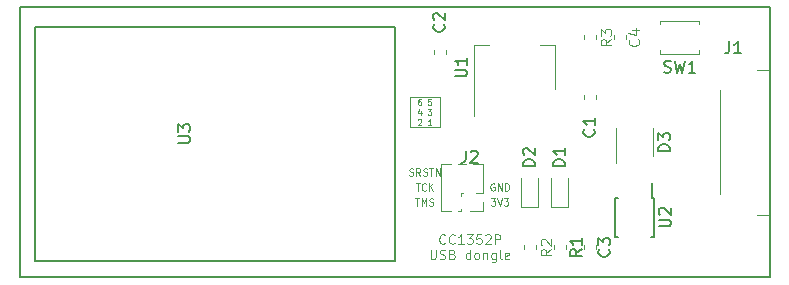
<source format=gbr>
G04 #@! TF.GenerationSoftware,KiCad,Pcbnew,(5.1.5)-3*
G04 #@! TF.CreationDate,2020-03-31T21:34:46+02:00*
G04 #@! TF.ProjectId,cc1352P-dongle,63633133-3532-4502-9d64-6f6e676c652e,rev?*
G04 #@! TF.SameCoordinates,Original*
G04 #@! TF.FileFunction,Legend,Top*
G04 #@! TF.FilePolarity,Positive*
%FSLAX46Y46*%
G04 Gerber Fmt 4.6, Leading zero omitted, Abs format (unit mm)*
G04 Created by KiCad (PCBNEW (5.1.5)-3) date 2020-03-31 21:34:46*
%MOMM*%
%LPD*%
G04 APERTURE LIST*
%ADD10C,0.100000*%
%ADD11C,0.150000*%
%ADD12C,0.120000*%
G04 APERTURE END LIST*
D10*
X102063809Y-68215714D02*
X102025714Y-68253809D01*
X101911428Y-68291904D01*
X101835238Y-68291904D01*
X101720952Y-68253809D01*
X101644761Y-68177619D01*
X101606666Y-68101428D01*
X101568571Y-67949047D01*
X101568571Y-67834761D01*
X101606666Y-67682380D01*
X101644761Y-67606190D01*
X101720952Y-67530000D01*
X101835238Y-67491904D01*
X101911428Y-67491904D01*
X102025714Y-67530000D01*
X102063809Y-67568095D01*
X102863809Y-68215714D02*
X102825714Y-68253809D01*
X102711428Y-68291904D01*
X102635238Y-68291904D01*
X102520952Y-68253809D01*
X102444761Y-68177619D01*
X102406666Y-68101428D01*
X102368571Y-67949047D01*
X102368571Y-67834761D01*
X102406666Y-67682380D01*
X102444761Y-67606190D01*
X102520952Y-67530000D01*
X102635238Y-67491904D01*
X102711428Y-67491904D01*
X102825714Y-67530000D01*
X102863809Y-67568095D01*
X103625714Y-68291904D02*
X103168571Y-68291904D01*
X103397142Y-68291904D02*
X103397142Y-67491904D01*
X103320952Y-67606190D01*
X103244761Y-67682380D01*
X103168571Y-67720476D01*
X103892380Y-67491904D02*
X104387619Y-67491904D01*
X104120952Y-67796666D01*
X104235238Y-67796666D01*
X104311428Y-67834761D01*
X104349523Y-67872857D01*
X104387619Y-67949047D01*
X104387619Y-68139523D01*
X104349523Y-68215714D01*
X104311428Y-68253809D01*
X104235238Y-68291904D01*
X104006666Y-68291904D01*
X103930476Y-68253809D01*
X103892380Y-68215714D01*
X105111428Y-67491904D02*
X104730476Y-67491904D01*
X104692380Y-67872857D01*
X104730476Y-67834761D01*
X104806666Y-67796666D01*
X104997142Y-67796666D01*
X105073333Y-67834761D01*
X105111428Y-67872857D01*
X105149523Y-67949047D01*
X105149523Y-68139523D01*
X105111428Y-68215714D01*
X105073333Y-68253809D01*
X104997142Y-68291904D01*
X104806666Y-68291904D01*
X104730476Y-68253809D01*
X104692380Y-68215714D01*
X105454285Y-67568095D02*
X105492380Y-67530000D01*
X105568571Y-67491904D01*
X105759047Y-67491904D01*
X105835238Y-67530000D01*
X105873333Y-67568095D01*
X105911428Y-67644285D01*
X105911428Y-67720476D01*
X105873333Y-67834761D01*
X105416190Y-68291904D01*
X105911428Y-68291904D01*
X106254285Y-68291904D02*
X106254285Y-67491904D01*
X106559047Y-67491904D01*
X106635238Y-67530000D01*
X106673333Y-67568095D01*
X106711428Y-67644285D01*
X106711428Y-67758571D01*
X106673333Y-67834761D01*
X106635238Y-67872857D01*
X106559047Y-67910952D01*
X106254285Y-67910952D01*
X100825714Y-68791904D02*
X100825714Y-69439523D01*
X100863809Y-69515714D01*
X100901904Y-69553809D01*
X100978095Y-69591904D01*
X101130476Y-69591904D01*
X101206666Y-69553809D01*
X101244761Y-69515714D01*
X101282857Y-69439523D01*
X101282857Y-68791904D01*
X101625714Y-69553809D02*
X101740000Y-69591904D01*
X101930476Y-69591904D01*
X102006666Y-69553809D01*
X102044761Y-69515714D01*
X102082857Y-69439523D01*
X102082857Y-69363333D01*
X102044761Y-69287142D01*
X102006666Y-69249047D01*
X101930476Y-69210952D01*
X101778095Y-69172857D01*
X101701904Y-69134761D01*
X101663809Y-69096666D01*
X101625714Y-69020476D01*
X101625714Y-68944285D01*
X101663809Y-68868095D01*
X101701904Y-68830000D01*
X101778095Y-68791904D01*
X101968571Y-68791904D01*
X102082857Y-68830000D01*
X102692380Y-69172857D02*
X102806666Y-69210952D01*
X102844761Y-69249047D01*
X102882857Y-69325238D01*
X102882857Y-69439523D01*
X102844761Y-69515714D01*
X102806666Y-69553809D01*
X102730476Y-69591904D01*
X102425714Y-69591904D01*
X102425714Y-68791904D01*
X102692380Y-68791904D01*
X102768571Y-68830000D01*
X102806666Y-68868095D01*
X102844761Y-68944285D01*
X102844761Y-69020476D01*
X102806666Y-69096666D01*
X102768571Y-69134761D01*
X102692380Y-69172857D01*
X102425714Y-69172857D01*
X104178095Y-69591904D02*
X104178095Y-68791904D01*
X104178095Y-69553809D02*
X104101904Y-69591904D01*
X103949523Y-69591904D01*
X103873333Y-69553809D01*
X103835238Y-69515714D01*
X103797142Y-69439523D01*
X103797142Y-69210952D01*
X103835238Y-69134761D01*
X103873333Y-69096666D01*
X103949523Y-69058571D01*
X104101904Y-69058571D01*
X104178095Y-69096666D01*
X104673333Y-69591904D02*
X104597142Y-69553809D01*
X104559047Y-69515714D01*
X104520952Y-69439523D01*
X104520952Y-69210952D01*
X104559047Y-69134761D01*
X104597142Y-69096666D01*
X104673333Y-69058571D01*
X104787619Y-69058571D01*
X104863809Y-69096666D01*
X104901904Y-69134761D01*
X104940000Y-69210952D01*
X104940000Y-69439523D01*
X104901904Y-69515714D01*
X104863809Y-69553809D01*
X104787619Y-69591904D01*
X104673333Y-69591904D01*
X105282857Y-69058571D02*
X105282857Y-69591904D01*
X105282857Y-69134761D02*
X105320952Y-69096666D01*
X105397142Y-69058571D01*
X105511428Y-69058571D01*
X105587619Y-69096666D01*
X105625714Y-69172857D01*
X105625714Y-69591904D01*
X106349523Y-69058571D02*
X106349523Y-69706190D01*
X106311428Y-69782380D01*
X106273333Y-69820476D01*
X106197142Y-69858571D01*
X106082857Y-69858571D01*
X106006666Y-69820476D01*
X106349523Y-69553809D02*
X106273333Y-69591904D01*
X106120952Y-69591904D01*
X106044761Y-69553809D01*
X106006666Y-69515714D01*
X105968571Y-69439523D01*
X105968571Y-69210952D01*
X106006666Y-69134761D01*
X106044761Y-69096666D01*
X106120952Y-69058571D01*
X106273333Y-69058571D01*
X106349523Y-69096666D01*
X106844761Y-69591904D02*
X106768571Y-69553809D01*
X106730476Y-69477619D01*
X106730476Y-68791904D01*
X107454285Y-69553809D02*
X107378095Y-69591904D01*
X107225714Y-69591904D01*
X107149523Y-69553809D01*
X107111428Y-69477619D01*
X107111428Y-69172857D01*
X107149523Y-69096666D01*
X107225714Y-69058571D01*
X107378095Y-69058571D01*
X107454285Y-69096666D01*
X107492380Y-69172857D01*
X107492380Y-69249047D01*
X107111428Y-69325238D01*
X106222857Y-63200000D02*
X106165714Y-63171428D01*
X106080000Y-63171428D01*
X105994285Y-63200000D01*
X105937142Y-63257142D01*
X105908571Y-63314285D01*
X105880000Y-63428571D01*
X105880000Y-63514285D01*
X105908571Y-63628571D01*
X105937142Y-63685714D01*
X105994285Y-63742857D01*
X106080000Y-63771428D01*
X106137142Y-63771428D01*
X106222857Y-63742857D01*
X106251428Y-63714285D01*
X106251428Y-63514285D01*
X106137142Y-63514285D01*
X106508571Y-63771428D02*
X106508571Y-63171428D01*
X106851428Y-63771428D01*
X106851428Y-63171428D01*
X107137142Y-63771428D02*
X107137142Y-63171428D01*
X107280000Y-63171428D01*
X107365714Y-63200000D01*
X107422857Y-63257142D01*
X107451428Y-63314285D01*
X107480000Y-63428571D01*
X107480000Y-63514285D01*
X107451428Y-63628571D01*
X107422857Y-63685714D01*
X107365714Y-63742857D01*
X107280000Y-63771428D01*
X107137142Y-63771428D01*
X105937142Y-64441428D02*
X106308571Y-64441428D01*
X106108571Y-64670000D01*
X106194285Y-64670000D01*
X106251428Y-64698571D01*
X106280000Y-64727142D01*
X106308571Y-64784285D01*
X106308571Y-64927142D01*
X106280000Y-64984285D01*
X106251428Y-65012857D01*
X106194285Y-65041428D01*
X106022857Y-65041428D01*
X105965714Y-65012857D01*
X105937142Y-64984285D01*
X106480000Y-64441428D02*
X106680000Y-65041428D01*
X106880000Y-64441428D01*
X107022857Y-64441428D02*
X107394285Y-64441428D01*
X107194285Y-64670000D01*
X107280000Y-64670000D01*
X107337142Y-64698571D01*
X107365714Y-64727142D01*
X107394285Y-64784285D01*
X107394285Y-64927142D01*
X107365714Y-64984285D01*
X107337142Y-65012857D01*
X107280000Y-65041428D01*
X107108571Y-65041428D01*
X107051428Y-65012857D01*
X107022857Y-64984285D01*
X99030000Y-62472857D02*
X99115714Y-62501428D01*
X99258571Y-62501428D01*
X99315714Y-62472857D01*
X99344285Y-62444285D01*
X99372857Y-62387142D01*
X99372857Y-62330000D01*
X99344285Y-62272857D01*
X99315714Y-62244285D01*
X99258571Y-62215714D01*
X99144285Y-62187142D01*
X99087142Y-62158571D01*
X99058571Y-62130000D01*
X99030000Y-62072857D01*
X99030000Y-62015714D01*
X99058571Y-61958571D01*
X99087142Y-61930000D01*
X99144285Y-61901428D01*
X99287142Y-61901428D01*
X99372857Y-61930000D01*
X99972857Y-62501428D02*
X99772857Y-62215714D01*
X99630000Y-62501428D02*
X99630000Y-61901428D01*
X99858571Y-61901428D01*
X99915714Y-61930000D01*
X99944285Y-61958571D01*
X99972857Y-62015714D01*
X99972857Y-62101428D01*
X99944285Y-62158571D01*
X99915714Y-62187142D01*
X99858571Y-62215714D01*
X99630000Y-62215714D01*
X100201428Y-62472857D02*
X100287142Y-62501428D01*
X100430000Y-62501428D01*
X100487142Y-62472857D01*
X100515714Y-62444285D01*
X100544285Y-62387142D01*
X100544285Y-62330000D01*
X100515714Y-62272857D01*
X100487142Y-62244285D01*
X100430000Y-62215714D01*
X100315714Y-62187142D01*
X100258571Y-62158571D01*
X100230000Y-62130000D01*
X100201428Y-62072857D01*
X100201428Y-62015714D01*
X100230000Y-61958571D01*
X100258571Y-61930000D01*
X100315714Y-61901428D01*
X100458571Y-61901428D01*
X100544285Y-61930000D01*
X100715714Y-61901428D02*
X101058571Y-61901428D01*
X100887142Y-62501428D02*
X100887142Y-61901428D01*
X101258571Y-62501428D02*
X101258571Y-61901428D01*
X101601428Y-62501428D01*
X101601428Y-61901428D01*
X99530000Y-64441428D02*
X99872857Y-64441428D01*
X99701428Y-65041428D02*
X99701428Y-64441428D01*
X100072857Y-65041428D02*
X100072857Y-64441428D01*
X100272857Y-64870000D01*
X100472857Y-64441428D01*
X100472857Y-65041428D01*
X100730000Y-65012857D02*
X100815714Y-65041428D01*
X100958571Y-65041428D01*
X101015714Y-65012857D01*
X101044285Y-64984285D01*
X101072857Y-64927142D01*
X101072857Y-64870000D01*
X101044285Y-64812857D01*
X101015714Y-64784285D01*
X100958571Y-64755714D01*
X100844285Y-64727142D01*
X100787142Y-64698571D01*
X100758571Y-64670000D01*
X100730000Y-64612857D01*
X100730000Y-64555714D01*
X100758571Y-64498571D01*
X100787142Y-64470000D01*
X100844285Y-64441428D01*
X100987142Y-64441428D01*
X101072857Y-64470000D01*
X99558571Y-63171428D02*
X99901428Y-63171428D01*
X99730000Y-63771428D02*
X99730000Y-63171428D01*
X100444285Y-63714285D02*
X100415714Y-63742857D01*
X100330000Y-63771428D01*
X100272857Y-63771428D01*
X100187142Y-63742857D01*
X100130000Y-63685714D01*
X100101428Y-63628571D01*
X100072857Y-63514285D01*
X100072857Y-63428571D01*
X100101428Y-63314285D01*
X100130000Y-63257142D01*
X100187142Y-63200000D01*
X100272857Y-63171428D01*
X100330000Y-63171428D01*
X100415714Y-63200000D01*
X100444285Y-63228571D01*
X100701428Y-63771428D02*
X100701428Y-63171428D01*
X101044285Y-63771428D02*
X100787142Y-63428571D01*
X101044285Y-63171428D02*
X100701428Y-63514285D01*
X99060000Y-58420000D02*
X99060000Y-55880000D01*
X101600000Y-58420000D02*
X99060000Y-58420000D01*
X101600000Y-55880000D02*
X101600000Y-58420000D01*
X99060000Y-55880000D02*
X101600000Y-55880000D01*
X99996666Y-56026190D02*
X99901428Y-56026190D01*
X99853809Y-56050000D01*
X99830000Y-56073809D01*
X99782380Y-56145238D01*
X99758571Y-56240476D01*
X99758571Y-56430952D01*
X99782380Y-56478571D01*
X99806190Y-56502380D01*
X99853809Y-56526190D01*
X99949047Y-56526190D01*
X99996666Y-56502380D01*
X100020476Y-56478571D01*
X100044285Y-56430952D01*
X100044285Y-56311904D01*
X100020476Y-56264285D01*
X99996666Y-56240476D01*
X99949047Y-56216666D01*
X99853809Y-56216666D01*
X99806190Y-56240476D01*
X99782380Y-56264285D01*
X99758571Y-56311904D01*
X100877619Y-56026190D02*
X100639523Y-56026190D01*
X100615714Y-56264285D01*
X100639523Y-56240476D01*
X100687142Y-56216666D01*
X100806190Y-56216666D01*
X100853809Y-56240476D01*
X100877619Y-56264285D01*
X100901428Y-56311904D01*
X100901428Y-56430952D01*
X100877619Y-56478571D01*
X100853809Y-56502380D01*
X100806190Y-56526190D01*
X100687142Y-56526190D01*
X100639523Y-56502380D01*
X100615714Y-56478571D01*
X99996666Y-57042857D02*
X99996666Y-57376190D01*
X99877619Y-56852380D02*
X99758571Y-57209523D01*
X100068095Y-57209523D01*
X100591904Y-56876190D02*
X100901428Y-56876190D01*
X100734761Y-57066666D01*
X100806190Y-57066666D01*
X100853809Y-57090476D01*
X100877619Y-57114285D01*
X100901428Y-57161904D01*
X100901428Y-57280952D01*
X100877619Y-57328571D01*
X100853809Y-57352380D01*
X100806190Y-57376190D01*
X100663333Y-57376190D01*
X100615714Y-57352380D01*
X100591904Y-57328571D01*
X99758571Y-57773809D02*
X99782380Y-57750000D01*
X99830000Y-57726190D01*
X99949047Y-57726190D01*
X99996666Y-57750000D01*
X100020476Y-57773809D01*
X100044285Y-57821428D01*
X100044285Y-57869047D01*
X100020476Y-57940476D01*
X99734761Y-58226190D01*
X100044285Y-58226190D01*
X100901428Y-58226190D02*
X100615714Y-58226190D01*
X100758571Y-58226190D02*
X100758571Y-57726190D01*
X100710952Y-57797619D01*
X100663333Y-57845238D01*
X100615714Y-57869047D01*
D11*
X66040000Y-71120000D02*
X66040000Y-48260000D01*
X129540000Y-71120000D02*
X66040000Y-71120000D01*
X129540000Y-48260000D02*
X129540000Y-71120000D01*
X66040000Y-48260000D02*
X129540000Y-48260000D01*
D12*
X105270000Y-65530000D02*
X104140000Y-65530000D01*
X105270000Y-64770000D02*
X105270000Y-65530000D01*
X102562470Y-65465000D02*
X101740000Y-65465000D01*
X103380000Y-65465000D02*
X103177530Y-65465000D01*
X103380000Y-65333471D02*
X103380000Y-65465000D01*
X103380000Y-64063471D02*
X103380000Y-64206529D01*
X103576529Y-64010000D02*
X103433471Y-64010000D01*
X105270000Y-64010000D02*
X104703471Y-64010000D01*
X101740000Y-65465000D02*
X101740000Y-61535000D01*
X105270000Y-64010000D02*
X105270000Y-61535000D01*
X103832470Y-61535000D02*
X103177530Y-61535000D01*
X102562470Y-61535000D02*
X101740000Y-61535000D01*
X105270000Y-61535000D02*
X104447530Y-61535000D01*
D11*
X119560000Y-64365000D02*
X119560000Y-63140000D01*
X116435000Y-64365000D02*
X116435000Y-67715000D01*
X119785000Y-64365000D02*
X119785000Y-67715000D01*
X116435000Y-64365000D02*
X116735000Y-64365000D01*
X116435000Y-67715000D02*
X116735000Y-67715000D01*
X119785000Y-67715000D02*
X119485000Y-67715000D01*
X119785000Y-64365000D02*
X119560000Y-64365000D01*
D12*
X123570000Y-49400000D02*
X123570000Y-49700000D01*
X120270000Y-49400000D02*
X123570000Y-49400000D01*
X120270000Y-49700000D02*
X120270000Y-49400000D01*
X123570000Y-52200000D02*
X123570000Y-51900000D01*
X120270000Y-52200000D02*
X123570000Y-52200000D01*
X120270000Y-51900000D02*
X120270000Y-52200000D01*
X116560000Y-58490000D02*
X116560000Y-61440000D01*
X119660000Y-60890000D02*
X119660000Y-58490000D01*
X114810000Y-56051267D02*
X114810000Y-55708733D01*
X113790000Y-56051267D02*
X113790000Y-55708733D01*
X113790000Y-68408733D02*
X113790000Y-68751267D01*
X114810000Y-68408733D02*
X114810000Y-68751267D01*
X111025000Y-62700000D02*
X111025000Y-65160000D01*
X111025000Y-65160000D02*
X112495000Y-65160000D01*
X112495000Y-65160000D02*
X112495000Y-62700000D01*
X109955000Y-65160000D02*
X109955000Y-62700000D01*
X108485000Y-65160000D02*
X109955000Y-65160000D01*
X108485000Y-62700000D02*
X108485000Y-65160000D01*
X125330000Y-55290000D02*
X125330000Y-64090000D01*
X128500000Y-53545000D02*
X129550000Y-53545000D01*
X128500000Y-65835000D02*
X129550000Y-65835000D01*
X112270000Y-68408733D02*
X112270000Y-68751267D01*
X111250000Y-68408733D02*
X111250000Y-68751267D01*
X108710000Y-68408733D02*
X108710000Y-68751267D01*
X109730000Y-68408733D02*
X109730000Y-68751267D01*
X111360000Y-51430000D02*
X110100000Y-51430000D01*
X104540000Y-51430000D02*
X105800000Y-51430000D01*
X111360000Y-55190000D02*
X111360000Y-51430000D01*
X104540000Y-57440000D02*
X104540000Y-51430000D01*
D11*
X67310000Y-69773800D02*
X67310000Y-49885600D01*
X67310000Y-49885600D02*
X97790000Y-49885600D01*
X97790000Y-49885600D02*
X97790000Y-69773800D01*
X97790000Y-69773800D02*
X67310000Y-69773800D01*
D12*
X116330000Y-50971267D02*
X116330000Y-50628733D01*
X117350000Y-50971267D02*
X117350000Y-50628733D01*
X114810000Y-50628733D02*
X114810000Y-50971267D01*
X113790000Y-50628733D02*
X113790000Y-50971267D01*
X102110000Y-51898733D02*
X102110000Y-52241267D01*
X101090000Y-51898733D02*
X101090000Y-52241267D01*
D11*
X103806666Y-60412380D02*
X103806666Y-61126666D01*
X103759047Y-61269523D01*
X103663809Y-61364761D01*
X103520952Y-61412380D01*
X103425714Y-61412380D01*
X104235238Y-60507619D02*
X104282857Y-60460000D01*
X104378095Y-60412380D01*
X104616190Y-60412380D01*
X104711428Y-60460000D01*
X104759047Y-60507619D01*
X104806666Y-60602857D01*
X104806666Y-60698095D01*
X104759047Y-60840952D01*
X104187619Y-61412380D01*
X104806666Y-61412380D01*
X120162380Y-66801904D02*
X120971904Y-66801904D01*
X121067142Y-66754285D01*
X121114761Y-66706666D01*
X121162380Y-66611428D01*
X121162380Y-66420952D01*
X121114761Y-66325714D01*
X121067142Y-66278095D01*
X120971904Y-66230476D01*
X120162380Y-66230476D01*
X120257619Y-65801904D02*
X120210000Y-65754285D01*
X120162380Y-65659047D01*
X120162380Y-65420952D01*
X120210000Y-65325714D01*
X120257619Y-65278095D01*
X120352857Y-65230476D01*
X120448095Y-65230476D01*
X120590952Y-65278095D01*
X121162380Y-65849523D01*
X121162380Y-65230476D01*
X120586666Y-53744761D02*
X120729523Y-53792380D01*
X120967619Y-53792380D01*
X121062857Y-53744761D01*
X121110476Y-53697142D01*
X121158095Y-53601904D01*
X121158095Y-53506666D01*
X121110476Y-53411428D01*
X121062857Y-53363809D01*
X120967619Y-53316190D01*
X120777142Y-53268571D01*
X120681904Y-53220952D01*
X120634285Y-53173333D01*
X120586666Y-53078095D01*
X120586666Y-52982857D01*
X120634285Y-52887619D01*
X120681904Y-52840000D01*
X120777142Y-52792380D01*
X121015238Y-52792380D01*
X121158095Y-52840000D01*
X121491428Y-52792380D02*
X121729523Y-53792380D01*
X121920000Y-53078095D01*
X122110476Y-53792380D01*
X122348571Y-52792380D01*
X123253333Y-53792380D02*
X122681904Y-53792380D01*
X122967619Y-53792380D02*
X122967619Y-52792380D01*
X122872380Y-52935238D01*
X122777142Y-53030476D01*
X122681904Y-53078095D01*
X121102380Y-60428095D02*
X120102380Y-60428095D01*
X120102380Y-60190000D01*
X120150000Y-60047142D01*
X120245238Y-59951904D01*
X120340476Y-59904285D01*
X120530952Y-59856666D01*
X120673809Y-59856666D01*
X120864285Y-59904285D01*
X120959523Y-59951904D01*
X121054761Y-60047142D01*
X121102380Y-60190000D01*
X121102380Y-60428095D01*
X120102380Y-59523333D02*
X120102380Y-58904285D01*
X120483333Y-59237619D01*
X120483333Y-59094761D01*
X120530952Y-58999523D01*
X120578571Y-58951904D01*
X120673809Y-58904285D01*
X120911904Y-58904285D01*
X121007142Y-58951904D01*
X121054761Y-58999523D01*
X121102380Y-59094761D01*
X121102380Y-59380476D01*
X121054761Y-59475714D01*
X121007142Y-59523333D01*
X114657142Y-58586666D02*
X114704761Y-58634285D01*
X114752380Y-58777142D01*
X114752380Y-58872380D01*
X114704761Y-59015238D01*
X114609523Y-59110476D01*
X114514285Y-59158095D01*
X114323809Y-59205714D01*
X114180952Y-59205714D01*
X113990476Y-59158095D01*
X113895238Y-59110476D01*
X113800000Y-59015238D01*
X113752380Y-58872380D01*
X113752380Y-58777142D01*
X113800000Y-58634285D01*
X113847619Y-58586666D01*
X114752380Y-57634285D02*
X114752380Y-58205714D01*
X114752380Y-57920000D02*
X113752380Y-57920000D01*
X113895238Y-58015238D01*
X113990476Y-58110476D01*
X114038095Y-58205714D01*
X115927142Y-68746666D02*
X115974761Y-68794285D01*
X116022380Y-68937142D01*
X116022380Y-69032380D01*
X115974761Y-69175238D01*
X115879523Y-69270476D01*
X115784285Y-69318095D01*
X115593809Y-69365714D01*
X115450952Y-69365714D01*
X115260476Y-69318095D01*
X115165238Y-69270476D01*
X115070000Y-69175238D01*
X115022380Y-69032380D01*
X115022380Y-68937142D01*
X115070000Y-68794285D01*
X115117619Y-68746666D01*
X115022380Y-68413333D02*
X115022380Y-67794285D01*
X115403333Y-68127619D01*
X115403333Y-67984761D01*
X115450952Y-67889523D01*
X115498571Y-67841904D01*
X115593809Y-67794285D01*
X115831904Y-67794285D01*
X115927142Y-67841904D01*
X115974761Y-67889523D01*
X116022380Y-67984761D01*
X116022380Y-68270476D01*
X115974761Y-68365714D01*
X115927142Y-68413333D01*
X112212380Y-61698095D02*
X111212380Y-61698095D01*
X111212380Y-61460000D01*
X111260000Y-61317142D01*
X111355238Y-61221904D01*
X111450476Y-61174285D01*
X111640952Y-61126666D01*
X111783809Y-61126666D01*
X111974285Y-61174285D01*
X112069523Y-61221904D01*
X112164761Y-61317142D01*
X112212380Y-61460000D01*
X112212380Y-61698095D01*
X112212380Y-60174285D02*
X112212380Y-60745714D01*
X112212380Y-60460000D02*
X111212380Y-60460000D01*
X111355238Y-60555238D01*
X111450476Y-60650476D01*
X111498095Y-60745714D01*
X109672380Y-61698095D02*
X108672380Y-61698095D01*
X108672380Y-61460000D01*
X108720000Y-61317142D01*
X108815238Y-61221904D01*
X108910476Y-61174285D01*
X109100952Y-61126666D01*
X109243809Y-61126666D01*
X109434285Y-61174285D01*
X109529523Y-61221904D01*
X109624761Y-61317142D01*
X109672380Y-61460000D01*
X109672380Y-61698095D01*
X108767619Y-60745714D02*
X108720000Y-60698095D01*
X108672380Y-60602857D01*
X108672380Y-60364761D01*
X108720000Y-60269523D01*
X108767619Y-60221904D01*
X108862857Y-60174285D01*
X108958095Y-60174285D01*
X109100952Y-60221904D01*
X109672380Y-60793333D01*
X109672380Y-60174285D01*
X126116666Y-51142380D02*
X126116666Y-51856666D01*
X126069047Y-51999523D01*
X125973809Y-52094761D01*
X125830952Y-52142380D01*
X125735714Y-52142380D01*
X127116666Y-52142380D02*
X126545238Y-52142380D01*
X126830952Y-52142380D02*
X126830952Y-51142380D01*
X126735714Y-51285238D01*
X126640476Y-51380476D01*
X126545238Y-51428095D01*
X113642380Y-68746666D02*
X113166190Y-69080000D01*
X113642380Y-69318095D02*
X112642380Y-69318095D01*
X112642380Y-68937142D01*
X112690000Y-68841904D01*
X112737619Y-68794285D01*
X112832857Y-68746666D01*
X112975714Y-68746666D01*
X113070952Y-68794285D01*
X113118571Y-68841904D01*
X113166190Y-68937142D01*
X113166190Y-69318095D01*
X113642380Y-67794285D02*
X113642380Y-68365714D01*
X113642380Y-68080000D02*
X112642380Y-68080000D01*
X112785238Y-68175238D01*
X112880476Y-68270476D01*
X112928095Y-68365714D01*
D10*
X111057142Y-68730000D02*
X110628571Y-69030000D01*
X111057142Y-69244285D02*
X110157142Y-69244285D01*
X110157142Y-68901428D01*
X110200000Y-68815714D01*
X110242857Y-68772857D01*
X110328571Y-68730000D01*
X110457142Y-68730000D01*
X110542857Y-68772857D01*
X110585714Y-68815714D01*
X110628571Y-68901428D01*
X110628571Y-69244285D01*
X110242857Y-68387142D02*
X110200000Y-68344285D01*
X110157142Y-68258571D01*
X110157142Y-68044285D01*
X110200000Y-67958571D01*
X110242857Y-67915714D01*
X110328571Y-67872857D01*
X110414285Y-67872857D01*
X110542857Y-67915714D01*
X111057142Y-68430000D01*
X111057142Y-67872857D01*
D11*
X102902380Y-54101904D02*
X103711904Y-54101904D01*
X103807142Y-54054285D01*
X103854761Y-54006666D01*
X103902380Y-53911428D01*
X103902380Y-53720952D01*
X103854761Y-53625714D01*
X103807142Y-53578095D01*
X103711904Y-53530476D01*
X102902380Y-53530476D01*
X103902380Y-52530476D02*
X103902380Y-53101904D01*
X103902380Y-52816190D02*
X102902380Y-52816190D01*
X103045238Y-52911428D01*
X103140476Y-53006666D01*
X103188095Y-53101904D01*
X79462380Y-59740704D02*
X80271904Y-59740704D01*
X80367142Y-59693085D01*
X80414761Y-59645466D01*
X80462380Y-59550228D01*
X80462380Y-59359752D01*
X80414761Y-59264514D01*
X80367142Y-59216895D01*
X80271904Y-59169276D01*
X79462380Y-59169276D01*
X79462380Y-58788323D02*
X79462380Y-58169276D01*
X79843333Y-58502609D01*
X79843333Y-58359752D01*
X79890952Y-58264514D01*
X79938571Y-58216895D01*
X80033809Y-58169276D01*
X80271904Y-58169276D01*
X80367142Y-58216895D01*
X80414761Y-58264514D01*
X80462380Y-58359752D01*
X80462380Y-58645466D01*
X80414761Y-58740704D01*
X80367142Y-58788323D01*
D10*
X118431428Y-50950000D02*
X118474285Y-50992857D01*
X118517142Y-51121428D01*
X118517142Y-51207142D01*
X118474285Y-51335714D01*
X118388571Y-51421428D01*
X118302857Y-51464285D01*
X118131428Y-51507142D01*
X118002857Y-51507142D01*
X117831428Y-51464285D01*
X117745714Y-51421428D01*
X117660000Y-51335714D01*
X117617142Y-51207142D01*
X117617142Y-51121428D01*
X117660000Y-50992857D01*
X117702857Y-50950000D01*
X117917142Y-50178571D02*
X118517142Y-50178571D01*
X117574285Y-50392857D02*
X118217142Y-50607142D01*
X118217142Y-50050000D01*
X116137142Y-50950000D02*
X115708571Y-51250000D01*
X116137142Y-51464285D02*
X115237142Y-51464285D01*
X115237142Y-51121428D01*
X115280000Y-51035714D01*
X115322857Y-50992857D01*
X115408571Y-50950000D01*
X115537142Y-50950000D01*
X115622857Y-50992857D01*
X115665714Y-51035714D01*
X115708571Y-51121428D01*
X115708571Y-51464285D01*
X115237142Y-50650000D02*
X115237142Y-50092857D01*
X115580000Y-50392857D01*
X115580000Y-50264285D01*
X115622857Y-50178571D01*
X115665714Y-50135714D01*
X115751428Y-50092857D01*
X115965714Y-50092857D01*
X116051428Y-50135714D01*
X116094285Y-50178571D01*
X116137142Y-50264285D01*
X116137142Y-50521428D01*
X116094285Y-50607142D01*
X116051428Y-50650000D01*
D11*
X101957142Y-49696666D02*
X102004761Y-49744285D01*
X102052380Y-49887142D01*
X102052380Y-49982380D01*
X102004761Y-50125238D01*
X101909523Y-50220476D01*
X101814285Y-50268095D01*
X101623809Y-50315714D01*
X101480952Y-50315714D01*
X101290476Y-50268095D01*
X101195238Y-50220476D01*
X101100000Y-50125238D01*
X101052380Y-49982380D01*
X101052380Y-49887142D01*
X101100000Y-49744285D01*
X101147619Y-49696666D01*
X101147619Y-49315714D02*
X101100000Y-49268095D01*
X101052380Y-49172857D01*
X101052380Y-48934761D01*
X101100000Y-48839523D01*
X101147619Y-48791904D01*
X101242857Y-48744285D01*
X101338095Y-48744285D01*
X101480952Y-48791904D01*
X102052380Y-49363333D01*
X102052380Y-48744285D01*
M02*

</source>
